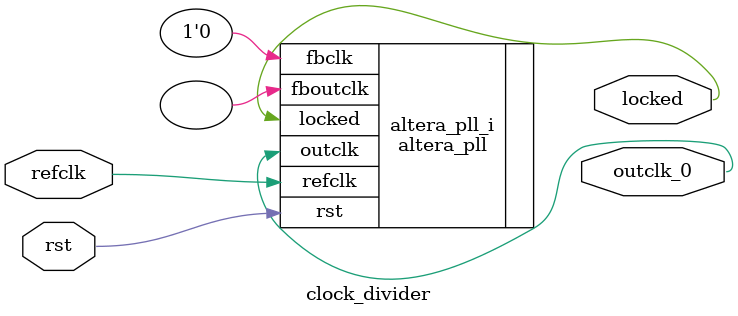
<source format=v>
`timescale 1ns/10ps
module  clock_divider(
	input wire refclk,
	input wire rst,
	output wire outclk_0,
	output wire locked
);

	altera_pll #(
		.fractional_vco_multiplier("false"),
		.reference_clock_frequency("50.0 MHz"),
		.operation_mode("direct"),
		.number_of_clocks(1),
		.output_clock_frequency0("25.000000 MHz"),
		.phase_shift0("0 ps"),
		.duty_cycle0(50),
		.output_clock_frequency1("0 MHz"),
		.phase_shift1("0 ps"),
		.duty_cycle1(50),
		.output_clock_frequency2("0 MHz"),
		.phase_shift2("0 ps"),
		.duty_cycle2(50),
		.output_clock_frequency3("0 MHz"),
		.phase_shift3("0 ps"),
		.duty_cycle3(50),
		.output_clock_frequency4("0 MHz"),
		.phase_shift4("0 ps"),
		.duty_cycle4(50),
		.output_clock_frequency5("0 MHz"),
		.phase_shift5("0 ps"),
		.duty_cycle5(50),
		.output_clock_frequency6("0 MHz"),
		.phase_shift6("0 ps"),
		.duty_cycle6(50),
		.output_clock_frequency7("0 MHz"),
		.phase_shift7("0 ps"),
		.duty_cycle7(50),
		.output_clock_frequency8("0 MHz"),
		.phase_shift8("0 ps"),
		.duty_cycle8(50),
		.output_clock_frequency9("0 MHz"),
		.phase_shift9("0 ps"),
		.duty_cycle9(50),
		.output_clock_frequency10("0 MHz"),
		.phase_shift10("0 ps"),
		.duty_cycle10(50),
		.output_clock_frequency11("0 MHz"),
		.phase_shift11("0 ps"),
		.duty_cycle11(50),
		.output_clock_frequency12("0 MHz"),
		.phase_shift12("0 ps"),
		.duty_cycle12(50),
		.output_clock_frequency13("0 MHz"),
		.phase_shift13("0 ps"),
		.duty_cycle13(50),
		.output_clock_frequency14("0 MHz"),
		.phase_shift14("0 ps"),
		.duty_cycle14(50),
		.output_clock_frequency15("0 MHz"),
		.phase_shift15("0 ps"),
		.duty_cycle15(50),
		.output_clock_frequency16("0 MHz"),
		.phase_shift16("0 ps"),
		.duty_cycle16(50),
		.output_clock_frequency17("0 MHz"),
		.phase_shift17("0 ps"),
		.duty_cycle17(50),
		.pll_type("General"),
		.pll_subtype("General")
	) altera_pll_i (
		.rst	(rst),
		.outclk	({outclk_0}),
		.locked	(locked),
		.fboutclk	( ),
		.fbclk	(1'b0),
		.refclk	(refclk)
	);

endmodule


</source>
